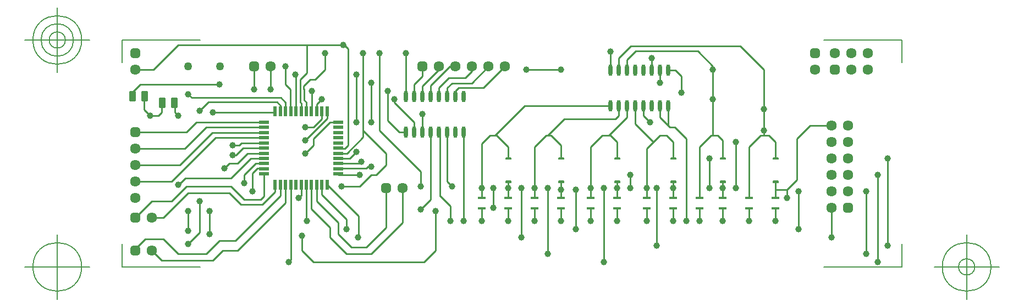
<source format=gbr>
G04 Generated by Ultiboard 11.0 *
%FSLAX25Y25*%
%MOIN*%

%ADD10C,0.01000*%
%ADD11C,0.00500*%
%ADD12C,0.03937*%
%ADD13R,0.04921X0.01575*%
%ADD14R,0.05906X0.02165*%
%ADD15R,0.02165X0.05906*%
%ADD16C,0.06334*%
%ADD17R,0.02083X0.02083*%
%ADD18C,0.03917*%
%ADD19C,0.05000*%
%ADD20R,0.02251X0.04668*%
%ADD21C,0.01666*%
%ADD22O,0.02400X0.07000*%
%ADD23R,0.03150X0.00787*%
%ADD24C,0.00787*%


G04 ColorRGB 00FF00 for the following layer *
%LNCopper Top*%
%LPD*%
%FSLAX25Y25*%
%MOIN*%
G54D10*
X296000Y98000D02*
X244000Y98000D01*
X249962Y72962D02*
X257000Y80000D01*
X266000Y120000D02*
X245000Y120000D01*
X116000Y3000D02*
X183000Y3000D01*
X34000Y135000D02*
X134650Y135000D01*
X143089Y30911D02*
X124189Y49811D01*
X121039Y43961D02*
X136000Y29000D01*
X117890Y40110D02*
X131000Y27000D01*
X114740Y35260D02*
X126000Y24000D01*
X126000Y24000D02*
X126000Y18000D01*
X126000Y18000D02*
X136000Y8000D01*
X130882Y88000D02*
X126000Y88000D01*
X126000Y88000D02*
X116000Y78000D01*
X19000Y120000D02*
X34000Y135000D01*
X123000Y130000D02*
X123000Y120000D01*
X112000Y118000D02*
X112000Y135000D01*
X86000Y88000D02*
X45000Y88000D01*
X86000Y84850D02*
X50850Y84850D01*
X86000Y81701D02*
X54701Y81701D01*
X86000Y78551D02*
X56551Y78551D01*
X52200Y100200D02*
X93800Y100200D01*
X55000Y94000D02*
X93000Y94000D01*
X62000Y60000D02*
X65000Y63000D01*
X38400Y54000D02*
X66000Y54000D01*
X66000Y49000D02*
X39000Y49000D01*
X65000Y45000D02*
X40000Y45000D01*
X68685Y16000D02*
X59000Y16000D01*
X70000Y10000D02*
X61000Y10000D01*
X42200Y102800D02*
X96200Y102800D01*
X56551Y78551D02*
X30000Y52000D01*
X35050Y62050D02*
X10550Y62050D01*
X54701Y81701D02*
X35050Y62050D01*
X8000Y62000D02*
X11000Y62000D01*
X30000Y52000D02*
X8000Y52000D01*
X39000Y49000D02*
X30000Y40000D01*
X30000Y40000D02*
X18000Y40000D01*
X40000Y45000D02*
X25000Y30000D01*
X34000Y8000D02*
X25000Y17000D01*
X24000Y4000D02*
X55000Y4000D01*
X18000Y40000D02*
X8000Y30000D01*
X25000Y30000D02*
X18000Y30000D01*
X25000Y17000D02*
X14000Y17000D01*
X14000Y17000D02*
X8000Y11000D01*
X8000Y11000D02*
X8000Y10000D01*
X24000Y4000D02*
X18000Y10000D01*
X53000Y20000D02*
X53000Y34000D01*
X39950Y33950D02*
X39950Y22000D01*
X46900Y39900D02*
X46900Y20900D01*
X40000Y14000D02*
X47000Y21000D01*
X51000Y8000D02*
X34000Y8000D01*
X59000Y16000D02*
X51000Y8000D01*
X61000Y10000D02*
X55000Y4000D01*
X46900Y39900D02*
X47000Y40000D01*
X39950Y33950D02*
X40000Y34000D01*
X34000Y49600D02*
X38400Y54000D01*
X38000Y72000D02*
X8000Y72000D01*
X8000Y82000D02*
X39000Y82000D01*
X34000Y92000D02*
X32000Y94000D01*
X32000Y94000D02*
X32000Y100000D01*
X59000Y111000D02*
X11000Y111000D01*
X24000Y94000D02*
X24000Y100000D01*
X24000Y94000D02*
X22000Y92000D01*
X13333Y95667D02*
X13333Y104000D01*
X13333Y95667D02*
X17000Y92000D01*
X22000Y92000D02*
X17000Y92000D01*
X8000Y120000D02*
X19000Y120000D01*
X11000Y111000D02*
X6000Y106000D01*
X6000Y106000D02*
X6000Y104000D01*
X52200Y100200D02*
X47000Y95000D01*
X50850Y84850D02*
X38000Y72000D01*
X45000Y88000D02*
X39000Y82000D01*
X42200Y102800D02*
X40000Y105000D01*
X74000Y56000D02*
X81000Y63000D01*
X81000Y63000D02*
X87000Y63000D01*
X65000Y63000D02*
X70000Y63000D01*
X70000Y63000D02*
X76000Y69000D01*
X66000Y54000D02*
X78000Y66000D01*
X95843Y49811D02*
X95843Y43157D01*
X95843Y43157D02*
X68685Y16000D01*
X98992Y38992D02*
X70000Y10000D01*
X79000Y57000D02*
X82000Y60000D01*
X79000Y46000D02*
X79000Y57000D01*
X84000Y41000D02*
X74000Y41000D01*
X85000Y38000D02*
X72000Y38000D01*
X74000Y41000D02*
X66000Y49000D01*
X72000Y38000D02*
X65000Y45000D01*
X74000Y51000D02*
X74000Y56000D01*
X86000Y43000D02*
X86000Y56504D01*
X92693Y49811D02*
X92693Y45693D01*
X86000Y43000D02*
X84000Y41000D01*
X92693Y45693D02*
X85000Y38000D01*
X82000Y60000D02*
X86000Y60000D01*
X111591Y49811D02*
X111591Y27409D01*
X102142Y49811D02*
X102142Y4142D01*
X116000Y3000D02*
X109000Y10000D01*
X109000Y10000D02*
X109000Y19000D01*
X102142Y4142D02*
X101000Y3000D01*
X98992Y38992D02*
X98992Y49811D01*
X108441Y49811D02*
X108441Y43441D01*
X108441Y43441D02*
X107000Y42000D01*
X121039Y43961D02*
X121039Y49811D01*
X117890Y49811D02*
X117890Y40110D01*
X114740Y49811D02*
X114740Y35260D01*
X93800Y100200D02*
X96000Y98000D01*
X86000Y75402D02*
X72402Y75402D01*
X86000Y72252D02*
X73252Y72252D01*
X76000Y69000D02*
X86000Y69000D01*
X78000Y66000D02*
X86000Y66000D01*
X72402Y75402D02*
X71000Y74000D01*
X71000Y74000D02*
X67000Y74000D01*
X73252Y72252D02*
X69000Y68000D01*
X69000Y68000D02*
X67000Y68000D01*
X80000Y122000D02*
X80000Y108000D01*
X90000Y122000D02*
X90000Y108000D01*
X115000Y107000D02*
X115000Y95000D01*
X117890Y94693D02*
X117890Y98890D01*
X111591Y100143D02*
X111591Y94693D01*
X105291Y94693D02*
X105291Y116709D01*
X102000Y108000D02*
X102000Y95000D01*
X99000Y100000D02*
X99000Y95000D01*
X96000Y98000D02*
X96000Y94000D01*
X108441Y94693D02*
X108441Y99559D01*
X121039Y94693D02*
X121039Y90039D01*
X124189Y94693D02*
X124189Y90189D01*
X116000Y85000D02*
X111000Y85000D01*
X124189Y90189D02*
X111000Y77000D01*
X116000Y74000D02*
X111000Y69000D01*
X116000Y78000D02*
X116000Y74000D01*
X121039Y90039D02*
X116000Y85000D01*
X110291Y101443D02*
X110291Y108141D01*
X110291Y101443D02*
X111591Y100143D01*
X114000Y114000D02*
X110000Y110000D01*
X110000Y110000D02*
X110000Y108000D01*
X108000Y114000D02*
X112000Y118000D01*
X99000Y122000D02*
X99000Y111000D01*
X99000Y111000D02*
X102000Y108000D01*
X108000Y100000D02*
X108000Y114000D01*
X108441Y99559D02*
X108000Y100000D01*
X96200Y102800D02*
X99000Y100000D01*
X105291Y116709D02*
X105000Y117000D01*
X117890Y98890D02*
X121000Y102000D01*
X123000Y120000D02*
X117000Y114000D01*
X117000Y114000D02*
X114000Y114000D01*
X172000Y130000D02*
X172000Y104000D01*
X156000Y130000D02*
X156000Y83000D01*
X137000Y132600D02*
X137000Y74000D01*
X146000Y79000D02*
X146000Y130000D01*
X182000Y110000D02*
X192000Y120000D01*
X187000Y110300D02*
X198700Y122000D01*
X190000Y34000D02*
X190000Y10000D01*
X190000Y10000D02*
X183000Y3000D01*
X187000Y82000D02*
X187000Y41000D01*
X145000Y64000D02*
X144000Y63000D01*
X144000Y63000D02*
X131000Y63000D01*
X156000Y83000D02*
X181000Y58000D01*
X154000Y56000D02*
X160000Y62000D01*
X160000Y62000D02*
X160000Y69000D01*
X151000Y8000D02*
X169800Y26800D01*
X148000Y12000D02*
X159800Y23800D01*
X143089Y17989D02*
X143089Y30911D01*
X139000Y12000D02*
X148000Y12000D01*
X136000Y8000D02*
X151000Y8000D01*
X131000Y20000D02*
X139000Y12000D01*
X136000Y29000D02*
X136000Y23000D01*
X131000Y27000D02*
X131000Y20000D01*
X144000Y56000D02*
X131000Y56000D01*
X148000Y60000D02*
X131000Y60000D01*
X133000Y49000D02*
X144000Y49000D01*
X151000Y61000D02*
X149000Y61000D01*
X149000Y61000D02*
X148000Y60000D01*
X144000Y49000D02*
X151000Y56000D01*
X151000Y56000D02*
X154000Y56000D01*
X169800Y26800D02*
X169800Y48350D01*
X159800Y23800D02*
X159800Y47850D01*
X187000Y41000D02*
X181000Y35000D01*
X181000Y58000D02*
X181000Y49000D01*
X160000Y69000D02*
X146000Y83000D01*
X151000Y112000D02*
X151000Y88000D01*
X142000Y88000D02*
X142000Y117000D01*
X142000Y70000D02*
X138000Y66000D01*
X136102Y69102D02*
X146000Y79000D01*
X138000Y66000D02*
X131000Y66000D01*
X137000Y74000D02*
X135000Y72000D01*
X135000Y72000D02*
X130000Y72000D01*
X130882Y69102D02*
X136102Y69102D01*
X182000Y82000D02*
X182000Y93000D01*
X177000Y88000D02*
X165000Y100000D01*
X161000Y89000D02*
X161000Y107000D01*
X172000Y82000D02*
X168000Y82000D01*
X168000Y82000D02*
X161000Y89000D01*
X177000Y82000D02*
X177000Y88000D01*
X165000Y100000D02*
X165000Y102000D01*
X177000Y103667D02*
X177000Y111000D01*
X177000Y111000D02*
X182000Y116000D01*
X182000Y103667D02*
X182000Y110000D01*
X187000Y103667D02*
X187000Y110300D01*
X182000Y116000D02*
X182000Y122000D01*
X218000Y75000D02*
X218000Y42000D01*
X249962Y42014D02*
X249962Y72962D01*
X207000Y28000D02*
X207000Y81000D01*
X197000Y82000D02*
X197000Y52000D01*
X192550Y81450D02*
X192550Y42800D01*
X217972Y35710D02*
X217972Y28028D01*
X199000Y28000D02*
X199000Y37000D01*
X199000Y37000D02*
X193000Y43000D01*
X197000Y52000D02*
X200000Y49000D01*
X233972Y35710D02*
X233972Y28028D01*
X249972Y35710D02*
X249972Y28028D01*
X242000Y48000D02*
X242000Y18000D01*
X234000Y51813D02*
X234000Y42000D01*
X225000Y48000D02*
X225000Y36000D01*
X219000Y109000D02*
X232000Y122000D01*
X204000Y109000D02*
X219000Y109000D01*
X211750Y111750D02*
X222000Y122000D01*
X223000Y80000D02*
X218000Y75000D01*
X192550Y81450D02*
X192000Y82000D01*
X198050Y115050D02*
X208050Y115050D01*
X202000Y107000D02*
X204000Y109000D01*
X199750Y111750D02*
X211750Y111750D01*
X192000Y103667D02*
X192000Y109000D01*
X197000Y103667D02*
X197000Y109000D01*
X192000Y109000D02*
X198050Y115050D01*
X197000Y109000D02*
X199750Y111750D01*
X202000Y103667D02*
X202000Y107000D01*
X192000Y120000D02*
X192000Y122000D01*
X198700Y122000D02*
X202000Y122000D01*
X212000Y119000D02*
X212000Y122000D01*
X208050Y115050D02*
X212000Y119000D01*
X244000Y98000D02*
X226000Y80000D01*
X234000Y73000D02*
X227000Y80000D01*
X223000Y80000D02*
X227000Y80000D01*
X234000Y65987D02*
X234000Y73000D01*
X156000Y129707D02*
X155707Y130000D01*
X134600Y135000D02*
X137000Y132600D01*
X374650Y134350D02*
X389000Y120000D01*
X306000Y119667D02*
X306000Y126000D01*
X301000Y119667D02*
X301000Y127000D01*
X296000Y131000D02*
X296000Y119667D01*
X301000Y127000D02*
X308350Y134350D01*
X348800Y131200D02*
X358000Y122000D01*
X306000Y126000D02*
X311200Y131200D01*
X321000Y127000D02*
X321000Y120000D01*
X311000Y87000D02*
X322000Y76000D01*
X316000Y98000D02*
X316000Y92000D01*
X316000Y92000D02*
X320000Y88000D01*
X283962Y42014D02*
X283962Y72962D01*
X283972Y35710D02*
X283972Y28028D01*
X265972Y28028D02*
X265972Y35710D01*
X275000Y47000D02*
X275000Y23000D01*
X258000Y48000D02*
X258000Y8000D01*
X265962Y42014D02*
X265962Y51962D01*
X299972Y35710D02*
X299972Y28028D01*
X292000Y48000D02*
X292000Y3000D01*
X299962Y42014D02*
X299962Y51962D01*
X308000Y56000D02*
X308000Y48000D01*
X283962Y72962D02*
X291000Y80000D01*
X268000Y90000D02*
X299000Y90000D01*
X258000Y80000D02*
X268000Y90000D01*
X257000Y80000D02*
X260000Y80000D01*
X260000Y80000D02*
X266000Y74000D01*
X266000Y65987D02*
X266000Y74000D01*
X301000Y98000D02*
X301000Y92000D01*
X306000Y98000D02*
X306000Y91000D01*
X311000Y98000D02*
X311000Y87000D01*
X300000Y76000D02*
X300000Y66000D01*
X306000Y91000D02*
X295000Y80000D01*
X296000Y80000D02*
X300000Y76000D01*
X301000Y92000D02*
X299000Y90000D01*
X291000Y80000D02*
X296000Y80000D01*
X296000Y119667D02*
X296000Y119000D01*
X317962Y42014D02*
X317962Y71962D01*
X349962Y42014D02*
X349962Y72962D01*
X342000Y78000D02*
X342000Y28000D01*
X372000Y76000D02*
X372000Y48000D01*
X356000Y66000D02*
X356000Y48000D01*
X317972Y35710D02*
X317972Y28028D01*
X333972Y35710D02*
X333972Y28028D01*
X324000Y48000D02*
X324000Y13000D01*
X333962Y42014D02*
X333962Y51962D01*
X349972Y35710D02*
X349972Y28028D01*
X363972Y35710D02*
X363972Y28028D01*
X363962Y42014D02*
X363962Y51962D01*
X326000Y98000D02*
X326000Y91000D01*
X331000Y86000D02*
X331000Y98000D01*
X326000Y80000D02*
X330000Y80000D01*
X330000Y80000D02*
X334000Y76000D01*
X326000Y91000D02*
X332000Y85000D01*
X332000Y85000D02*
X335000Y85000D01*
X317962Y71962D02*
X326000Y80000D01*
X322000Y76000D02*
X326000Y80000D01*
X335000Y85000D02*
X342000Y78000D01*
X334000Y76000D02*
X334000Y66000D01*
X331000Y119667D02*
X335333Y119667D01*
X326000Y112000D02*
X326000Y120000D01*
X339000Y116000D02*
X339000Y106000D01*
X335333Y119667D02*
X339000Y116000D01*
X358000Y122000D02*
X358000Y80000D01*
X357000Y80000D02*
X361000Y80000D01*
X361000Y80000D02*
X364000Y77000D01*
X349962Y72962D02*
X357000Y80000D01*
X364000Y77000D02*
X364000Y66000D01*
X308350Y134350D02*
X374650Y134350D01*
X311200Y131200D02*
X348800Y131200D01*
X295900Y131100D02*
X296000Y131000D01*
X379962Y42014D02*
X379962Y72962D01*
X409000Y78000D02*
X409000Y53000D01*
X409000Y53000D02*
X403000Y47000D01*
X410000Y46000D02*
X410000Y23000D01*
X379972Y35710D02*
X379972Y28028D01*
X395972Y35710D02*
X395972Y28028D01*
X395962Y42014D02*
X395962Y51962D01*
X403000Y47000D02*
X396000Y47000D01*
X403000Y47000D02*
X403000Y42000D01*
X430000Y36000D02*
X430000Y18000D01*
X417000Y86000D02*
X409000Y78000D01*
X389000Y120000D02*
X389000Y80000D01*
X392000Y80000D02*
X396000Y76000D01*
X379962Y72962D02*
X387000Y80000D01*
X387000Y80000D02*
X392000Y80000D01*
X396000Y76000D02*
X396000Y66000D01*
X430000Y86000D02*
X417000Y86000D01*
X464000Y13000D02*
X464000Y66000D01*
X451000Y8000D02*
X451000Y46000D01*
X458000Y3000D02*
X458000Y56000D01*
G54D11*
X0Y0D02*
X0Y13797D01*
X0Y0D02*
X47244Y0D01*
X472441Y0D02*
X425197Y0D01*
X472441Y0D02*
X472441Y13797D01*
X472441Y137969D02*
X472441Y124172D01*
X472441Y137969D02*
X425197Y137969D01*
X0Y137969D02*
X47244Y137969D01*
X0Y137969D02*
X0Y124172D01*
X-19685Y0D02*
X-59055Y0D01*
X-39370Y-19685D02*
X-39370Y19685D01*
X-54134Y0D02*
G75*
D01*
G02X-54134Y0I14764J0*
G01*
X492126Y0D02*
X531496Y0D01*
X511811Y-19685D02*
X511811Y19685D01*
X497047Y0D02*
G75*
D01*
G02X497047Y0I14764J0*
G01*
X506890Y0D02*
G75*
D01*
G02X506890Y0I4921J0*
G01*
X-19685Y137969D02*
X-59055Y137969D01*
X-39370Y118283D02*
X-39370Y157654D01*
X-54134Y137969D02*
G75*
D01*
G02X-54134Y137969I14764J0*
G01*
X-49213Y137969D02*
G75*
D01*
G02X-49213Y137969I9843J0*
G01*
X-44291Y137969D02*
G75*
D01*
G02X-44291Y137969I4921J0*
G01*
G54D12*
X250000Y28000D03*
X250000Y48000D03*
X62000Y60000D03*
X34000Y50000D03*
X40000Y34000D03*
X53000Y34000D03*
X40000Y14000D03*
X40000Y22000D03*
X53000Y20000D03*
X47000Y40000D03*
X34000Y92000D03*
X17000Y92000D03*
X47000Y95000D03*
X55000Y94000D03*
X40000Y105000D03*
X59000Y111000D03*
X79000Y46000D03*
X74000Y51000D03*
X112000Y28000D03*
X109000Y19000D03*
X101000Y3000D03*
X107000Y42000D03*
X67000Y74000D03*
X67000Y68000D03*
X80000Y108000D03*
X90000Y108000D03*
X111000Y85000D03*
X111000Y77000D03*
X111000Y69000D03*
X99000Y122000D03*
X105000Y117000D03*
X115000Y107000D03*
X121000Y102000D03*
X123000Y130000D03*
X190000Y34000D03*
X151000Y61000D03*
X145000Y64000D03*
X143000Y18000D03*
X136000Y23000D03*
X144000Y56000D03*
X133000Y49000D03*
X181000Y49000D03*
X181000Y35000D03*
X142000Y70000D03*
X142000Y88000D03*
X151000Y88000D03*
X142000Y117000D03*
X151000Y112000D03*
X182000Y93000D03*
X161000Y107000D03*
X165000Y102000D03*
X218000Y28000D03*
X218000Y48000D03*
X207000Y28000D03*
X199000Y28000D03*
X200000Y49000D03*
X234000Y28000D03*
X242000Y18000D03*
X234000Y48000D03*
X225000Y48000D03*
X225000Y36000D03*
X242000Y48000D03*
X245000Y120000D03*
X156000Y130000D03*
X134000Y135000D03*
X146000Y130000D03*
X172000Y130000D03*
X380000Y28000D03*
X321000Y127000D03*
X284000Y28000D03*
X284000Y48000D03*
X266000Y28000D03*
X258000Y8000D03*
X275000Y23000D03*
X266000Y47000D03*
X258000Y48000D03*
X275000Y47000D03*
X300000Y28000D03*
X292000Y3000D03*
X300000Y48000D03*
X292000Y48000D03*
X308000Y48000D03*
X308000Y56000D03*
X266000Y120000D03*
X324000Y13000D03*
X318000Y28000D03*
X342000Y28000D03*
X334000Y28000D03*
X318000Y48000D03*
X324000Y48000D03*
X334000Y48000D03*
X364000Y28000D03*
X350000Y28000D03*
X364000Y48000D03*
X356000Y48000D03*
X372000Y48000D03*
X320000Y88000D03*
X326000Y112000D03*
X339000Y106000D03*
X356000Y66000D03*
X372000Y76000D03*
X358000Y102000D03*
X358000Y120000D03*
X296000Y131000D03*
X410000Y46000D03*
X410000Y23000D03*
X396000Y28000D03*
X403000Y42000D03*
X430000Y18000D03*
X389000Y96000D03*
X389000Y83000D03*
X458000Y3000D03*
X451000Y8000D03*
X464000Y13000D03*
X458000Y56000D03*
X451000Y46000D03*
X464000Y66000D03*
G54D13*
X249972Y35710D03*
X249962Y42014D03*
X217972Y35710D03*
X217962Y42014D03*
X233972Y35710D03*
X233962Y42014D03*
X379972Y35710D03*
X379962Y42014D03*
X317972Y35710D03*
X317962Y42014D03*
X283972Y35710D03*
X283962Y42014D03*
X265972Y35710D03*
X265962Y42014D03*
X299972Y35710D03*
X299962Y42014D03*
X349972Y35710D03*
X349962Y42014D03*
X333972Y35710D03*
X333962Y42014D03*
X363972Y35710D03*
X363962Y42014D03*
X395972Y35710D03*
X395962Y42014D03*
G54D14*
X86000Y62803D03*
X86000Y59654D03*
X86000Y56504D03*
X86000Y78551D03*
X86000Y65953D03*
X86000Y69102D03*
X86000Y75402D03*
X86000Y72252D03*
X86000Y81701D03*
X86000Y84850D03*
X86000Y88000D03*
X130882Y62803D03*
X130882Y59654D03*
X130882Y56504D03*
X130882Y78551D03*
X130882Y65953D03*
X130882Y69102D03*
X130882Y75402D03*
X130882Y72252D03*
X130882Y81701D03*
X130882Y84850D03*
X130882Y88000D03*
G54D15*
X92693Y49811D03*
X108441Y49811D03*
X105291Y49811D03*
X102142Y49811D03*
X98992Y49811D03*
X95843Y49811D03*
X124189Y49811D03*
X121039Y49811D03*
X117890Y49811D03*
X114740Y49811D03*
X111591Y49811D03*
X92693Y94693D03*
X124189Y94693D03*
X121039Y94693D03*
X117890Y94693D03*
X114740Y94693D03*
X111591Y94693D03*
X108441Y94693D03*
X105291Y94693D03*
X102142Y94693D03*
X98992Y94693D03*
X95843Y94693D03*
G54D16*
X8000Y120000D03*
X90000Y122000D03*
X8000Y62000D03*
X8000Y42000D03*
X8000Y52000D03*
X8000Y72000D03*
X18000Y30000D03*
X18000Y10000D03*
X192000Y122000D03*
X222000Y122000D03*
X202000Y122000D03*
X212000Y122000D03*
X232000Y122000D03*
X170000Y48000D03*
X442000Y130000D03*
X432000Y130000D03*
X452000Y130000D03*
X442000Y120000D03*
X452000Y120000D03*
X420000Y120000D03*
X440000Y66000D03*
X440000Y46000D03*
X440000Y56000D03*
X440000Y76000D03*
X440000Y86000D03*
X430000Y66000D03*
X430000Y46000D03*
X430000Y36000D03*
X430000Y56000D03*
X430000Y76000D03*
X430000Y86000D03*
G54D17*
X8000Y130000D03*
X80000Y122000D03*
X8000Y82000D03*
X8000Y30000D03*
X8000Y10000D03*
X182000Y122000D03*
X160000Y48000D03*
X432000Y120000D03*
X420000Y130000D03*
X440000Y36000D03*
G54D18*
X6959Y128959D02*
X9041Y128959D01*
X9041Y131041D01*
X6959Y131041D01*
X6959Y128959D01*D02*
X78959Y120959D02*
X81041Y120959D01*
X81041Y123041D01*
X78959Y123041D01*
X78959Y120959D01*D02*
X6959Y80959D02*
X9041Y80959D01*
X9041Y83041D01*
X6959Y83041D01*
X6959Y80959D01*D02*
X6959Y28959D02*
X9041Y28959D01*
X9041Y31041D01*
X6959Y31041D01*
X6959Y28959D01*D02*
X6959Y8959D02*
X9041Y8959D01*
X9041Y11041D01*
X6959Y11041D01*
X6959Y8959D01*D02*
X180959Y120959D02*
X183041Y120959D01*
X183041Y123041D01*
X180959Y123041D01*
X180959Y120959D01*D02*
X158959Y46959D02*
X161041Y46959D01*
X161041Y49041D01*
X158959Y49041D01*
X158959Y46959D01*D02*
X430959Y118959D02*
X433041Y118959D01*
X433041Y121041D01*
X430959Y121041D01*
X430959Y118959D01*D02*
X418959Y128959D02*
X421041Y128959D01*
X421041Y131041D01*
X418959Y131041D01*
X418959Y128959D01*D02*
X438959Y34959D02*
X441041Y34959D01*
X441041Y37041D01*
X438959Y37041D01*
X438959Y34959D01*D02*
G54D19*
X40000Y122000D03*
X59167Y122000D03*
G54D20*
X31333Y100000D03*
X24000Y100000D03*
X13333Y104000D03*
X6000Y104000D03*
G54D21*
X30208Y97666D02*
X32458Y97666D01*
X32458Y102334D01*
X30208Y102334D01*
X30208Y97666D01*D02*
X22875Y97666D02*
X25125Y97666D01*
X25125Y102334D01*
X22875Y102334D01*
X22875Y97666D01*D02*
X12208Y101666D02*
X14458Y101666D01*
X14458Y106334D01*
X12208Y106334D01*
X12208Y101666D01*D02*
X4875Y101666D02*
X7125Y101666D01*
X7125Y106334D01*
X4875Y106334D01*
X4875Y101666D01*D02*
G54D22*
X187000Y82000D03*
X187000Y103667D03*
X172000Y82000D03*
X177000Y82000D03*
X182000Y82000D03*
X172000Y103667D03*
X177000Y103667D03*
X182000Y103667D03*
X192000Y82000D03*
X202000Y82000D03*
X197000Y82000D03*
X207000Y82000D03*
X192000Y103667D03*
X202000Y103667D03*
X197000Y103667D03*
X207000Y103667D03*
X316000Y98000D03*
X316000Y119667D03*
X311000Y98000D03*
X306000Y98000D03*
X301000Y98000D03*
X296000Y98000D03*
X301000Y119667D03*
X296000Y119667D03*
X311000Y119667D03*
X306000Y119667D03*
X331000Y98000D03*
X326000Y98000D03*
X321000Y98000D03*
X331000Y119667D03*
X326000Y119667D03*
X321000Y119667D03*
G54D23*
X234000Y65987D03*
X234000Y51813D03*
X300000Y65987D03*
X300000Y51813D03*
X266000Y65987D03*
X266000Y51813D03*
X364000Y65987D03*
X364000Y51813D03*
X334000Y65987D03*
X334000Y51813D03*
X396000Y65987D03*
X396000Y51813D03*
G54D24*
X232425Y65594D02*
X235575Y65594D01*
X235575Y66380D01*
X232425Y66380D01*
X232425Y65594D01*D02*
X232425Y51420D02*
X235575Y51420D01*
X235575Y52206D01*
X232425Y52206D01*
X232425Y51420D01*D02*
X298425Y65594D02*
X301575Y65594D01*
X301575Y66380D01*
X298425Y66380D01*
X298425Y65594D01*D02*
X298425Y51420D02*
X301575Y51420D01*
X301575Y52206D01*
X298425Y52206D01*
X298425Y51420D01*D02*
X264425Y65594D02*
X267575Y65594D01*
X267575Y66380D01*
X264425Y66380D01*
X264425Y65594D01*D02*
X264425Y51420D02*
X267575Y51420D01*
X267575Y52206D01*
X264425Y52206D01*
X264425Y51420D01*D02*
X362425Y65594D02*
X365575Y65594D01*
X365575Y66380D01*
X362425Y66380D01*
X362425Y65594D01*D02*
X362425Y51420D02*
X365575Y51420D01*
X365575Y52206D01*
X362425Y52206D01*
X362425Y51420D01*D02*
X332425Y65594D02*
X335575Y65594D01*
X335575Y66380D01*
X332425Y66380D01*
X332425Y65594D01*D02*
X332425Y51420D02*
X335575Y51420D01*
X335575Y52206D01*
X332425Y52206D01*
X332425Y51420D01*D02*
X394425Y65594D02*
X397575Y65594D01*
X397575Y66380D01*
X394425Y66380D01*
X394425Y65594D01*D02*
X394425Y51420D02*
X397575Y51420D01*
X397575Y52206D01*
X394425Y52206D01*
X394425Y51420D01*D02*

M00*

</source>
